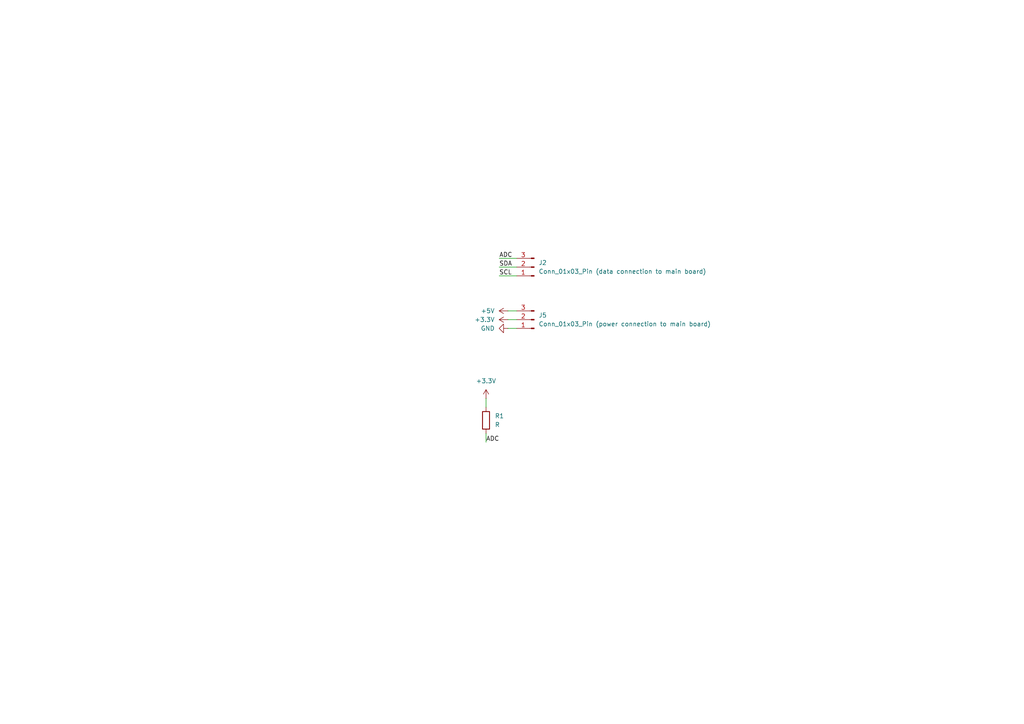
<source format=kicad_sch>
(kicad_sch (version 20250114) (generator "eeschema") (generator_version "9.0")
  (paper "A4")
  (lib_symbols
    (symbol "Connector:Conn_01x03_Pin" (pin_names (offset 1.016) (hide yes))
      (property "Reference" "J" (at 0 5.08 0))
      (property "Value" "Conn_01x03_Pin" (at 0 -5.08 0))
      (symbol "Conn_01x03_Pin_1_1"
        (rectangle (start 0.8636 2.667) (end 0 2.413) (stroke (width 0.1524)) (fill (type outline)))
        (rectangle (start 0.8636 0.127) (end 0 -0.127) (stroke (width 0.1524)) (fill (type outline)))
        (rectangle (start 0.8636 -2.413) (end 0 -2.667) (stroke (width 0.1524)) (fill (type outline)))
        (polyline (pts (xy 1.27 2.54) (xy 0.8636 2.54)) (stroke (width 0.1524)))
        (polyline (pts (xy 1.27 0) (xy 0.8636 0)) (stroke (width 0.1524)))
        (polyline (pts (xy 1.27 -2.54) (xy 0.8636 -2.54)) (stroke (width 0.1524)))
        (pin passive line (at 5.08 2.54 180) (length 3.81) (name "Pin_1") (number "1"))
        (pin passive line (at 5.08 0 180) (length 3.81) (name "Pin_2") (number "2"))
        (pin passive line (at 5.08 -2.54 180) (length 3.81) (name "Pin_3") (number "3"))
      )
    )
    (symbol "Device:R" (pin_numbers (hide yes)) (pin_names (offset 0))
      (property "Reference" "R" (at 2.032 0 90))
      (property "Value" "R" (at 0 0 90))
      (symbol "R_0_1"
        (rectangle (start -1.016 -2.54) (end 1.016 2.54) (stroke (width 0.254)))
      )
      (symbol "R_1_1"
        (pin passive line (at 0 3.81 270) (length 1.27) (name "~") (number "1"))
        (pin passive line (at 0 -3.81 90) (length 1.27) (name "~") (number "2"))
      )
    )
    (symbol "power:+3.3V" (power) (pin_numbers (hide yes)) (pin_names (offset 0) (hide yes))
      (property "Value" "+3.3V" (at 0 3.556 0))
      (symbol "+3.3V_0_1"
        (polyline (pts (xy -0.762 1.27) (xy 0 2.54)))
        (polyline (pts (xy 0 2.54) (xy 0.762 1.27)))
        (polyline (pts (xy 0 0) (xy 0 2.54)))
      )
      (symbol "+3.3V_1_1"
        (pin power_in line (at 0 0 90) (length 0) (name "~") (number "1"))
      )
    )
    (symbol "power:+5V" (power) (pin_numbers (hide yes)) (pin_names (offset 0) (hide yes))
      (property "Value" "+5V" (at 0 3.556 0))
      (symbol "+5V_0_1"
        (polyline (pts (xy -0.762 1.27) (xy 0 2.54)))
        (polyline (pts (xy 0 2.54) (xy 0.762 1.27)))
        (polyline (pts (xy 0 0) (xy 0 2.54)))
      )
      (symbol "+5V_1_1"
        (pin power_in line (at 0 0 90) (length 0) (name "~") (number "1"))
      )
    )
    (symbol "power:GND" (power) (pin_numbers (hide yes)) (pin_names (offset 0) (hide yes))
      (property "Value" "GND" (at 0 -3.81 0))
      (symbol "GND_0_1"
        (polyline (pts (xy 0 0) (xy 0 -1.27) (xy 1.27 -1.27) (xy 0 -2.54) (xy -1.27 -1.27) (xy 0 -1.27)))
      )
      (symbol "GND_1_1"
        (pin power_in line (at 0 0 270) (length 0) (name "~") (number "1"))
      )
    )
  )
  (wire (pts (xy 147.32 90.17) (xy 149.86 90.17)))
  (wire (pts (xy 147.32 92.71) (xy 149.86 92.71)))
  (wire (pts (xy 140.97 115.57) (xy 140.97 118.11)))
  (wire (pts (xy 140.97 128.27) (xy 140.97 125.73)))
  (wire (pts (xy 144.78 80.01) (xy 149.86 80.01)))
  (wire (pts (xy 147.32 95.25) (xy 149.86 95.25)))
  (wire (pts (xy 144.78 74.93) (xy 149.86 74.93)))
  (wire (pts (xy 144.78 77.47) (xy 149.86 77.47)))
  (label "SDA" (at 144.78 77.47 0))
  (label "ADC" (at 140.97 128.27 0))
  (label "ADC" (at 144.78 74.93 0))
  (label "SCL" (at 144.78 80.01 0))
  (symbol (lib_id "power:+3.3V") (at 147.32 92.71 90) (unit 1)
    (property "Reference" "#PWR012" (effects (hide yes)))
    (property "Value" "+3.3V" (at 143.51 92.7099 90) (effects (justify left)))
    (property "Description" "Power symbol creates a global label with name \"+3.3V\"" (effects (hide yes)))
  )
  (symbol (lib_id "power:+5V") (at 147.32 90.17 90) (unit 1)
    (property "Reference" "#PWR013" (effects (hide yes)))
    (property "Value" "+5V" (at 143.51 90.1699 90) (effects (justify left)))
    (property "Description" "Power symbol creates a global label with name \"+5V\"" (effects (hide yes)))
  )
  (symbol (lib_id "Connector:Conn_01x03_Pin") (at 154.94 77.47 180) (unit 1)
    (property "Reference" "J2" (at 156.21 76.1999 0) (effects (justify right)))
    (property "Value" "Conn_01x03_Pin (data connection to main board)" (at 156.21 78.7399 0) (effects (justify right)))
    (property "Description" "Generic connector, single row, 01x03, script generated" (effects (hide yes)))
  )
  (symbol (lib_id "Connector:Conn_01x03_Pin") (at 154.94 92.71 180) (unit 1)
    (property "Reference" "J5" (at 156.21 91.4399 0) (effects (justify right)))
    (property "Value" "Conn_01x03_Pin (power connection to main board)" (at 156.21 93.9799 0) (effects (justify right)))
    (property "Description" "Generic connector, single row, 01x03, script generated" (effects (hide yes)))
  )
  (symbol (lib_id "power:+3.3V") (at 140.97 115.57 0) (unit 1)
    (property "Reference" "#PWR02" (effects (hide yes)))
    (property "Value" "+3.3V" (at 140.97 110.49 0))
    (property "Description" "Power symbol creates a global label with name \"+3.3V\"" (effects (hide yes)))
  )
  (symbol (lib_id "power:GND") (at 147.32 95.25 270) (unit 1)
    (property "Reference" "#PWR011" (effects (hide yes)))
    (property "Value" "GND" (at 143.51 95.2499 90) (effects (justify right)))
    (property "Description" "Power symbol creates a global label with name \"GND\" , ground" (effects (hide yes)))
  )
  (symbol (lib_id "Device:R") (at 140.97 121.92 0) (unit 1)
    (property "Reference" "R1" (at 143.51 120.6499 0) (effects (justify left)))
    (property "Value" "R" (at 143.51 123.1899 0) (effects (justify left)))
    (property "Footprint" "OptoDevice:R_LDR_4.9x4.2mm_P2.54mm_Vertical" (effects (hide yes)))
    (property "Description" "Resistor" (effects (hide yes)))
  )
)
</source>
